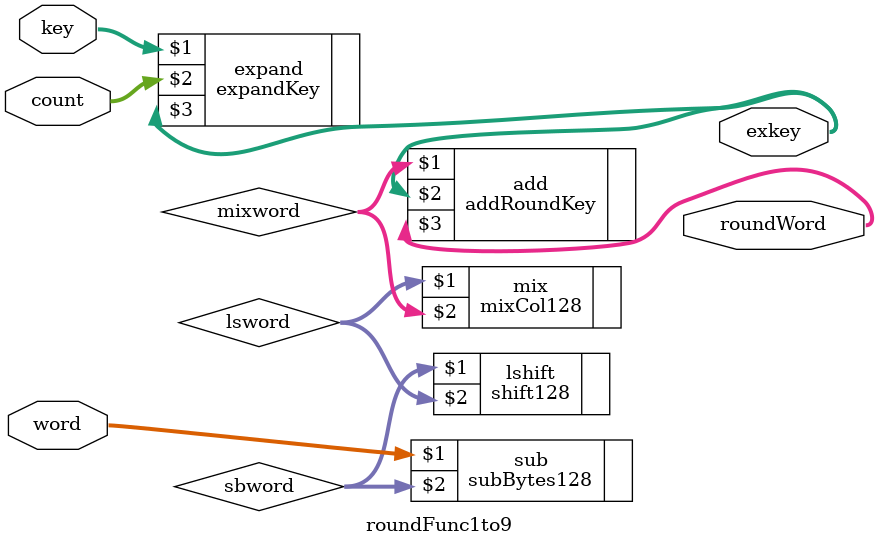
<source format=v>

module roundFunc1to9 (word, key, count, roundWord, exkey);
input   [127:0] word, key;
input   [7:0] count;
output  [127:0] roundWord, exkey;
wire    [127:0] sbword, lsword, mixword;

subBytes128 sub     (word, sbword);
shift128    lshift  (sbword, lsword);
mixCol128   mix     (lsword, mixword);
expandKey   expand  (key, count, exkey);
addRoundKey add     (mixword, exkey, roundWord);
endmodule

</source>
